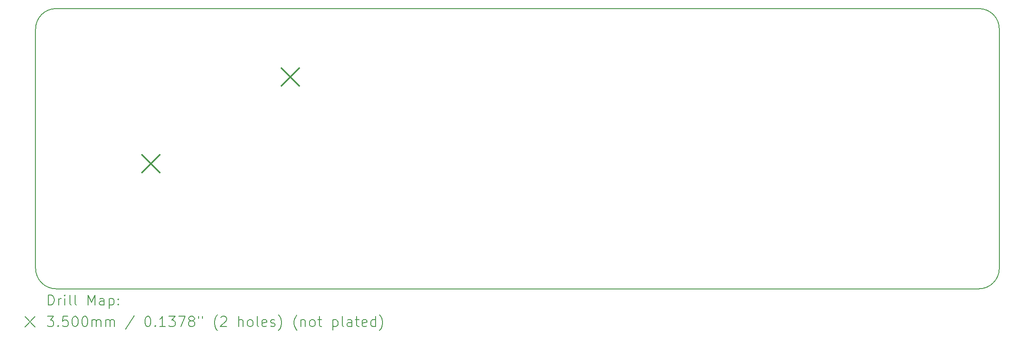
<source format=gbr>
%TF.GenerationSoftware,KiCad,Pcbnew,8.0.4+1*%
%TF.CreationDate,2024-10-13T09:49:30+00:00*%
%TF.ProjectId,nixie,6e697869-652e-46b6-9963-61645f706362,v1.0*%
%TF.SameCoordinates,Original*%
%TF.FileFunction,Drillmap*%
%TF.FilePolarity,Positive*%
%FSLAX45Y45*%
G04 Gerber Fmt 4.5, Leading zero omitted, Abs format (unit mm)*
G04 Created by KiCad (PCBNEW 8.0.4+1) date 2024-10-13 09:49:30*
%MOMM*%
%LPD*%
G01*
G04 APERTURE LIST*
%ADD10C,0.200000*%
%ADD11C,0.350000*%
G04 APERTURE END LIST*
D10*
X7600000Y-11600000D02*
G75*
G02*
X7200000Y-11200000I0J400000D01*
G01*
X7200000Y-6500000D02*
G75*
G02*
X7600000Y-6100000I400000J0D01*
G01*
X7600000Y-11600000D02*
X25700000Y-11600000D01*
X26100000Y-11200000D02*
G75*
G02*
X25700000Y-11600000I-400000J0D01*
G01*
X25700000Y-6100000D02*
X7600000Y-6100000D01*
X26100000Y-11200000D02*
X26100000Y-6500000D01*
X7200000Y-11200000D02*
X7200000Y-6500000D01*
X25700000Y-6100000D02*
G75*
G02*
X26100000Y-6500000I0J-400000D01*
G01*
D11*
X9287000Y-8968000D02*
X9637000Y-9318000D01*
X9637000Y-8968000D02*
X9287000Y-9318000D01*
X12022000Y-7265000D02*
X12372000Y-7615000D01*
X12372000Y-7265000D02*
X12022000Y-7615000D01*
D10*
X7450777Y-11921484D02*
X7450777Y-11721484D01*
X7450777Y-11721484D02*
X7498396Y-11721484D01*
X7498396Y-11721484D02*
X7526967Y-11731008D01*
X7526967Y-11731008D02*
X7546015Y-11750055D01*
X7546015Y-11750055D02*
X7555539Y-11769103D01*
X7555539Y-11769103D02*
X7565062Y-11807198D01*
X7565062Y-11807198D02*
X7565062Y-11835769D01*
X7565062Y-11835769D02*
X7555539Y-11873865D01*
X7555539Y-11873865D02*
X7546015Y-11892912D01*
X7546015Y-11892912D02*
X7526967Y-11911960D01*
X7526967Y-11911960D02*
X7498396Y-11921484D01*
X7498396Y-11921484D02*
X7450777Y-11921484D01*
X7650777Y-11921484D02*
X7650777Y-11788150D01*
X7650777Y-11826246D02*
X7660301Y-11807198D01*
X7660301Y-11807198D02*
X7669824Y-11797674D01*
X7669824Y-11797674D02*
X7688872Y-11788150D01*
X7688872Y-11788150D02*
X7707920Y-11788150D01*
X7774586Y-11921484D02*
X7774586Y-11788150D01*
X7774586Y-11721484D02*
X7765062Y-11731008D01*
X7765062Y-11731008D02*
X7774586Y-11740531D01*
X7774586Y-11740531D02*
X7784110Y-11731008D01*
X7784110Y-11731008D02*
X7774586Y-11721484D01*
X7774586Y-11721484D02*
X7774586Y-11740531D01*
X7898396Y-11921484D02*
X7879348Y-11911960D01*
X7879348Y-11911960D02*
X7869824Y-11892912D01*
X7869824Y-11892912D02*
X7869824Y-11721484D01*
X8003158Y-11921484D02*
X7984110Y-11911960D01*
X7984110Y-11911960D02*
X7974586Y-11892912D01*
X7974586Y-11892912D02*
X7974586Y-11721484D01*
X8231729Y-11921484D02*
X8231729Y-11721484D01*
X8231729Y-11721484D02*
X8298396Y-11864341D01*
X8298396Y-11864341D02*
X8365062Y-11721484D01*
X8365062Y-11721484D02*
X8365062Y-11921484D01*
X8546015Y-11921484D02*
X8546015Y-11816722D01*
X8546015Y-11816722D02*
X8536491Y-11797674D01*
X8536491Y-11797674D02*
X8517444Y-11788150D01*
X8517444Y-11788150D02*
X8479348Y-11788150D01*
X8479348Y-11788150D02*
X8460301Y-11797674D01*
X8546015Y-11911960D02*
X8526967Y-11921484D01*
X8526967Y-11921484D02*
X8479348Y-11921484D01*
X8479348Y-11921484D02*
X8460301Y-11911960D01*
X8460301Y-11911960D02*
X8450777Y-11892912D01*
X8450777Y-11892912D02*
X8450777Y-11873865D01*
X8450777Y-11873865D02*
X8460301Y-11854817D01*
X8460301Y-11854817D02*
X8479348Y-11845293D01*
X8479348Y-11845293D02*
X8526967Y-11845293D01*
X8526967Y-11845293D02*
X8546015Y-11835769D01*
X8641253Y-11788150D02*
X8641253Y-11988150D01*
X8641253Y-11797674D02*
X8660301Y-11788150D01*
X8660301Y-11788150D02*
X8698396Y-11788150D01*
X8698396Y-11788150D02*
X8717444Y-11797674D01*
X8717444Y-11797674D02*
X8726967Y-11807198D01*
X8726967Y-11807198D02*
X8736491Y-11826246D01*
X8736491Y-11826246D02*
X8736491Y-11883388D01*
X8736491Y-11883388D02*
X8726967Y-11902436D01*
X8726967Y-11902436D02*
X8717444Y-11911960D01*
X8717444Y-11911960D02*
X8698396Y-11921484D01*
X8698396Y-11921484D02*
X8660301Y-11921484D01*
X8660301Y-11921484D02*
X8641253Y-11911960D01*
X8822205Y-11902436D02*
X8831729Y-11911960D01*
X8831729Y-11911960D02*
X8822205Y-11921484D01*
X8822205Y-11921484D02*
X8812682Y-11911960D01*
X8812682Y-11911960D02*
X8822205Y-11902436D01*
X8822205Y-11902436D02*
X8822205Y-11921484D01*
X8822205Y-11797674D02*
X8831729Y-11807198D01*
X8831729Y-11807198D02*
X8822205Y-11816722D01*
X8822205Y-11816722D02*
X8812682Y-11807198D01*
X8812682Y-11807198D02*
X8822205Y-11797674D01*
X8822205Y-11797674D02*
X8822205Y-11816722D01*
X6990000Y-12150000D02*
X7190000Y-12350000D01*
X7190000Y-12150000D02*
X6990000Y-12350000D01*
X7431729Y-12141484D02*
X7555539Y-12141484D01*
X7555539Y-12141484D02*
X7488872Y-12217674D01*
X7488872Y-12217674D02*
X7517443Y-12217674D01*
X7517443Y-12217674D02*
X7536491Y-12227198D01*
X7536491Y-12227198D02*
X7546015Y-12236722D01*
X7546015Y-12236722D02*
X7555539Y-12255769D01*
X7555539Y-12255769D02*
X7555539Y-12303388D01*
X7555539Y-12303388D02*
X7546015Y-12322436D01*
X7546015Y-12322436D02*
X7536491Y-12331960D01*
X7536491Y-12331960D02*
X7517443Y-12341484D01*
X7517443Y-12341484D02*
X7460301Y-12341484D01*
X7460301Y-12341484D02*
X7441253Y-12331960D01*
X7441253Y-12331960D02*
X7431729Y-12322436D01*
X7641253Y-12322436D02*
X7650777Y-12331960D01*
X7650777Y-12331960D02*
X7641253Y-12341484D01*
X7641253Y-12341484D02*
X7631729Y-12331960D01*
X7631729Y-12331960D02*
X7641253Y-12322436D01*
X7641253Y-12322436D02*
X7641253Y-12341484D01*
X7831729Y-12141484D02*
X7736491Y-12141484D01*
X7736491Y-12141484D02*
X7726967Y-12236722D01*
X7726967Y-12236722D02*
X7736491Y-12227198D01*
X7736491Y-12227198D02*
X7755539Y-12217674D01*
X7755539Y-12217674D02*
X7803158Y-12217674D01*
X7803158Y-12217674D02*
X7822205Y-12227198D01*
X7822205Y-12227198D02*
X7831729Y-12236722D01*
X7831729Y-12236722D02*
X7841253Y-12255769D01*
X7841253Y-12255769D02*
X7841253Y-12303388D01*
X7841253Y-12303388D02*
X7831729Y-12322436D01*
X7831729Y-12322436D02*
X7822205Y-12331960D01*
X7822205Y-12331960D02*
X7803158Y-12341484D01*
X7803158Y-12341484D02*
X7755539Y-12341484D01*
X7755539Y-12341484D02*
X7736491Y-12331960D01*
X7736491Y-12331960D02*
X7726967Y-12322436D01*
X7965062Y-12141484D02*
X7984110Y-12141484D01*
X7984110Y-12141484D02*
X8003158Y-12151008D01*
X8003158Y-12151008D02*
X8012682Y-12160531D01*
X8012682Y-12160531D02*
X8022205Y-12179579D01*
X8022205Y-12179579D02*
X8031729Y-12217674D01*
X8031729Y-12217674D02*
X8031729Y-12265293D01*
X8031729Y-12265293D02*
X8022205Y-12303388D01*
X8022205Y-12303388D02*
X8012682Y-12322436D01*
X8012682Y-12322436D02*
X8003158Y-12331960D01*
X8003158Y-12331960D02*
X7984110Y-12341484D01*
X7984110Y-12341484D02*
X7965062Y-12341484D01*
X7965062Y-12341484D02*
X7946015Y-12331960D01*
X7946015Y-12331960D02*
X7936491Y-12322436D01*
X7936491Y-12322436D02*
X7926967Y-12303388D01*
X7926967Y-12303388D02*
X7917443Y-12265293D01*
X7917443Y-12265293D02*
X7917443Y-12217674D01*
X7917443Y-12217674D02*
X7926967Y-12179579D01*
X7926967Y-12179579D02*
X7936491Y-12160531D01*
X7936491Y-12160531D02*
X7946015Y-12151008D01*
X7946015Y-12151008D02*
X7965062Y-12141484D01*
X8155539Y-12141484D02*
X8174586Y-12141484D01*
X8174586Y-12141484D02*
X8193634Y-12151008D01*
X8193634Y-12151008D02*
X8203158Y-12160531D01*
X8203158Y-12160531D02*
X8212682Y-12179579D01*
X8212682Y-12179579D02*
X8222205Y-12217674D01*
X8222205Y-12217674D02*
X8222205Y-12265293D01*
X8222205Y-12265293D02*
X8212682Y-12303388D01*
X8212682Y-12303388D02*
X8203158Y-12322436D01*
X8203158Y-12322436D02*
X8193634Y-12331960D01*
X8193634Y-12331960D02*
X8174586Y-12341484D01*
X8174586Y-12341484D02*
X8155539Y-12341484D01*
X8155539Y-12341484D02*
X8136491Y-12331960D01*
X8136491Y-12331960D02*
X8126967Y-12322436D01*
X8126967Y-12322436D02*
X8117443Y-12303388D01*
X8117443Y-12303388D02*
X8107920Y-12265293D01*
X8107920Y-12265293D02*
X8107920Y-12217674D01*
X8107920Y-12217674D02*
X8117443Y-12179579D01*
X8117443Y-12179579D02*
X8126967Y-12160531D01*
X8126967Y-12160531D02*
X8136491Y-12151008D01*
X8136491Y-12151008D02*
X8155539Y-12141484D01*
X8307920Y-12341484D02*
X8307920Y-12208150D01*
X8307920Y-12227198D02*
X8317443Y-12217674D01*
X8317443Y-12217674D02*
X8336491Y-12208150D01*
X8336491Y-12208150D02*
X8365063Y-12208150D01*
X8365063Y-12208150D02*
X8384110Y-12217674D01*
X8384110Y-12217674D02*
X8393634Y-12236722D01*
X8393634Y-12236722D02*
X8393634Y-12341484D01*
X8393634Y-12236722D02*
X8403158Y-12217674D01*
X8403158Y-12217674D02*
X8422205Y-12208150D01*
X8422205Y-12208150D02*
X8450777Y-12208150D01*
X8450777Y-12208150D02*
X8469825Y-12217674D01*
X8469825Y-12217674D02*
X8479348Y-12236722D01*
X8479348Y-12236722D02*
X8479348Y-12341484D01*
X8574586Y-12341484D02*
X8574586Y-12208150D01*
X8574586Y-12227198D02*
X8584110Y-12217674D01*
X8584110Y-12217674D02*
X8603158Y-12208150D01*
X8603158Y-12208150D02*
X8631729Y-12208150D01*
X8631729Y-12208150D02*
X8650777Y-12217674D01*
X8650777Y-12217674D02*
X8660301Y-12236722D01*
X8660301Y-12236722D02*
X8660301Y-12341484D01*
X8660301Y-12236722D02*
X8669825Y-12217674D01*
X8669825Y-12217674D02*
X8688872Y-12208150D01*
X8688872Y-12208150D02*
X8717444Y-12208150D01*
X8717444Y-12208150D02*
X8736491Y-12217674D01*
X8736491Y-12217674D02*
X8746015Y-12236722D01*
X8746015Y-12236722D02*
X8746015Y-12341484D01*
X9136491Y-12131960D02*
X8965063Y-12389103D01*
X9393634Y-12141484D02*
X9412682Y-12141484D01*
X9412682Y-12141484D02*
X9431729Y-12151008D01*
X9431729Y-12151008D02*
X9441253Y-12160531D01*
X9441253Y-12160531D02*
X9450777Y-12179579D01*
X9450777Y-12179579D02*
X9460301Y-12217674D01*
X9460301Y-12217674D02*
X9460301Y-12265293D01*
X9460301Y-12265293D02*
X9450777Y-12303388D01*
X9450777Y-12303388D02*
X9441253Y-12322436D01*
X9441253Y-12322436D02*
X9431729Y-12331960D01*
X9431729Y-12331960D02*
X9412682Y-12341484D01*
X9412682Y-12341484D02*
X9393634Y-12341484D01*
X9393634Y-12341484D02*
X9374587Y-12331960D01*
X9374587Y-12331960D02*
X9365063Y-12322436D01*
X9365063Y-12322436D02*
X9355539Y-12303388D01*
X9355539Y-12303388D02*
X9346015Y-12265293D01*
X9346015Y-12265293D02*
X9346015Y-12217674D01*
X9346015Y-12217674D02*
X9355539Y-12179579D01*
X9355539Y-12179579D02*
X9365063Y-12160531D01*
X9365063Y-12160531D02*
X9374587Y-12151008D01*
X9374587Y-12151008D02*
X9393634Y-12141484D01*
X9546015Y-12322436D02*
X9555539Y-12331960D01*
X9555539Y-12331960D02*
X9546015Y-12341484D01*
X9546015Y-12341484D02*
X9536491Y-12331960D01*
X9536491Y-12331960D02*
X9546015Y-12322436D01*
X9546015Y-12322436D02*
X9546015Y-12341484D01*
X9746015Y-12341484D02*
X9631729Y-12341484D01*
X9688872Y-12341484D02*
X9688872Y-12141484D01*
X9688872Y-12141484D02*
X9669825Y-12170055D01*
X9669825Y-12170055D02*
X9650777Y-12189103D01*
X9650777Y-12189103D02*
X9631729Y-12198627D01*
X9812682Y-12141484D02*
X9936491Y-12141484D01*
X9936491Y-12141484D02*
X9869825Y-12217674D01*
X9869825Y-12217674D02*
X9898396Y-12217674D01*
X9898396Y-12217674D02*
X9917444Y-12227198D01*
X9917444Y-12227198D02*
X9926968Y-12236722D01*
X9926968Y-12236722D02*
X9936491Y-12255769D01*
X9936491Y-12255769D02*
X9936491Y-12303388D01*
X9936491Y-12303388D02*
X9926968Y-12322436D01*
X9926968Y-12322436D02*
X9917444Y-12331960D01*
X9917444Y-12331960D02*
X9898396Y-12341484D01*
X9898396Y-12341484D02*
X9841253Y-12341484D01*
X9841253Y-12341484D02*
X9822206Y-12331960D01*
X9822206Y-12331960D02*
X9812682Y-12322436D01*
X10003158Y-12141484D02*
X10136491Y-12141484D01*
X10136491Y-12141484D02*
X10050777Y-12341484D01*
X10241253Y-12227198D02*
X10222206Y-12217674D01*
X10222206Y-12217674D02*
X10212682Y-12208150D01*
X10212682Y-12208150D02*
X10203158Y-12189103D01*
X10203158Y-12189103D02*
X10203158Y-12179579D01*
X10203158Y-12179579D02*
X10212682Y-12160531D01*
X10212682Y-12160531D02*
X10222206Y-12151008D01*
X10222206Y-12151008D02*
X10241253Y-12141484D01*
X10241253Y-12141484D02*
X10279349Y-12141484D01*
X10279349Y-12141484D02*
X10298396Y-12151008D01*
X10298396Y-12151008D02*
X10307920Y-12160531D01*
X10307920Y-12160531D02*
X10317444Y-12179579D01*
X10317444Y-12179579D02*
X10317444Y-12189103D01*
X10317444Y-12189103D02*
X10307920Y-12208150D01*
X10307920Y-12208150D02*
X10298396Y-12217674D01*
X10298396Y-12217674D02*
X10279349Y-12227198D01*
X10279349Y-12227198D02*
X10241253Y-12227198D01*
X10241253Y-12227198D02*
X10222206Y-12236722D01*
X10222206Y-12236722D02*
X10212682Y-12246246D01*
X10212682Y-12246246D02*
X10203158Y-12265293D01*
X10203158Y-12265293D02*
X10203158Y-12303388D01*
X10203158Y-12303388D02*
X10212682Y-12322436D01*
X10212682Y-12322436D02*
X10222206Y-12331960D01*
X10222206Y-12331960D02*
X10241253Y-12341484D01*
X10241253Y-12341484D02*
X10279349Y-12341484D01*
X10279349Y-12341484D02*
X10298396Y-12331960D01*
X10298396Y-12331960D02*
X10307920Y-12322436D01*
X10307920Y-12322436D02*
X10317444Y-12303388D01*
X10317444Y-12303388D02*
X10317444Y-12265293D01*
X10317444Y-12265293D02*
X10307920Y-12246246D01*
X10307920Y-12246246D02*
X10298396Y-12236722D01*
X10298396Y-12236722D02*
X10279349Y-12227198D01*
X10393634Y-12141484D02*
X10393634Y-12179579D01*
X10469825Y-12141484D02*
X10469825Y-12179579D01*
X10765063Y-12417674D02*
X10755539Y-12408150D01*
X10755539Y-12408150D02*
X10736491Y-12379579D01*
X10736491Y-12379579D02*
X10726968Y-12360531D01*
X10726968Y-12360531D02*
X10717444Y-12331960D01*
X10717444Y-12331960D02*
X10707920Y-12284341D01*
X10707920Y-12284341D02*
X10707920Y-12246246D01*
X10707920Y-12246246D02*
X10717444Y-12198627D01*
X10717444Y-12198627D02*
X10726968Y-12170055D01*
X10726968Y-12170055D02*
X10736491Y-12151008D01*
X10736491Y-12151008D02*
X10755539Y-12122436D01*
X10755539Y-12122436D02*
X10765063Y-12112912D01*
X10831730Y-12160531D02*
X10841253Y-12151008D01*
X10841253Y-12151008D02*
X10860301Y-12141484D01*
X10860301Y-12141484D02*
X10907920Y-12141484D01*
X10907920Y-12141484D02*
X10926968Y-12151008D01*
X10926968Y-12151008D02*
X10936491Y-12160531D01*
X10936491Y-12160531D02*
X10946015Y-12179579D01*
X10946015Y-12179579D02*
X10946015Y-12198627D01*
X10946015Y-12198627D02*
X10936491Y-12227198D01*
X10936491Y-12227198D02*
X10822206Y-12341484D01*
X10822206Y-12341484D02*
X10946015Y-12341484D01*
X11184111Y-12341484D02*
X11184111Y-12141484D01*
X11269825Y-12341484D02*
X11269825Y-12236722D01*
X11269825Y-12236722D02*
X11260301Y-12217674D01*
X11260301Y-12217674D02*
X11241253Y-12208150D01*
X11241253Y-12208150D02*
X11212682Y-12208150D01*
X11212682Y-12208150D02*
X11193634Y-12217674D01*
X11193634Y-12217674D02*
X11184111Y-12227198D01*
X11393634Y-12341484D02*
X11374587Y-12331960D01*
X11374587Y-12331960D02*
X11365063Y-12322436D01*
X11365063Y-12322436D02*
X11355539Y-12303388D01*
X11355539Y-12303388D02*
X11355539Y-12246246D01*
X11355539Y-12246246D02*
X11365063Y-12227198D01*
X11365063Y-12227198D02*
X11374587Y-12217674D01*
X11374587Y-12217674D02*
X11393634Y-12208150D01*
X11393634Y-12208150D02*
X11422206Y-12208150D01*
X11422206Y-12208150D02*
X11441253Y-12217674D01*
X11441253Y-12217674D02*
X11450777Y-12227198D01*
X11450777Y-12227198D02*
X11460301Y-12246246D01*
X11460301Y-12246246D02*
X11460301Y-12303388D01*
X11460301Y-12303388D02*
X11450777Y-12322436D01*
X11450777Y-12322436D02*
X11441253Y-12331960D01*
X11441253Y-12331960D02*
X11422206Y-12341484D01*
X11422206Y-12341484D02*
X11393634Y-12341484D01*
X11574587Y-12341484D02*
X11555539Y-12331960D01*
X11555539Y-12331960D02*
X11546015Y-12312912D01*
X11546015Y-12312912D02*
X11546015Y-12141484D01*
X11726968Y-12331960D02*
X11707920Y-12341484D01*
X11707920Y-12341484D02*
X11669825Y-12341484D01*
X11669825Y-12341484D02*
X11650777Y-12331960D01*
X11650777Y-12331960D02*
X11641253Y-12312912D01*
X11641253Y-12312912D02*
X11641253Y-12236722D01*
X11641253Y-12236722D02*
X11650777Y-12217674D01*
X11650777Y-12217674D02*
X11669825Y-12208150D01*
X11669825Y-12208150D02*
X11707920Y-12208150D01*
X11707920Y-12208150D02*
X11726968Y-12217674D01*
X11726968Y-12217674D02*
X11736491Y-12236722D01*
X11736491Y-12236722D02*
X11736491Y-12255769D01*
X11736491Y-12255769D02*
X11641253Y-12274817D01*
X11812682Y-12331960D02*
X11831730Y-12341484D01*
X11831730Y-12341484D02*
X11869825Y-12341484D01*
X11869825Y-12341484D02*
X11888872Y-12331960D01*
X11888872Y-12331960D02*
X11898396Y-12312912D01*
X11898396Y-12312912D02*
X11898396Y-12303388D01*
X11898396Y-12303388D02*
X11888872Y-12284341D01*
X11888872Y-12284341D02*
X11869825Y-12274817D01*
X11869825Y-12274817D02*
X11841253Y-12274817D01*
X11841253Y-12274817D02*
X11822206Y-12265293D01*
X11822206Y-12265293D02*
X11812682Y-12246246D01*
X11812682Y-12246246D02*
X11812682Y-12236722D01*
X11812682Y-12236722D02*
X11822206Y-12217674D01*
X11822206Y-12217674D02*
X11841253Y-12208150D01*
X11841253Y-12208150D02*
X11869825Y-12208150D01*
X11869825Y-12208150D02*
X11888872Y-12217674D01*
X11965063Y-12417674D02*
X11974587Y-12408150D01*
X11974587Y-12408150D02*
X11993634Y-12379579D01*
X11993634Y-12379579D02*
X12003158Y-12360531D01*
X12003158Y-12360531D02*
X12012682Y-12331960D01*
X12012682Y-12331960D02*
X12022206Y-12284341D01*
X12022206Y-12284341D02*
X12022206Y-12246246D01*
X12022206Y-12246246D02*
X12012682Y-12198627D01*
X12012682Y-12198627D02*
X12003158Y-12170055D01*
X12003158Y-12170055D02*
X11993634Y-12151008D01*
X11993634Y-12151008D02*
X11974587Y-12122436D01*
X11974587Y-12122436D02*
X11965063Y-12112912D01*
X12326968Y-12417674D02*
X12317444Y-12408150D01*
X12317444Y-12408150D02*
X12298396Y-12379579D01*
X12298396Y-12379579D02*
X12288872Y-12360531D01*
X12288872Y-12360531D02*
X12279349Y-12331960D01*
X12279349Y-12331960D02*
X12269825Y-12284341D01*
X12269825Y-12284341D02*
X12269825Y-12246246D01*
X12269825Y-12246246D02*
X12279349Y-12198627D01*
X12279349Y-12198627D02*
X12288872Y-12170055D01*
X12288872Y-12170055D02*
X12298396Y-12151008D01*
X12298396Y-12151008D02*
X12317444Y-12122436D01*
X12317444Y-12122436D02*
X12326968Y-12112912D01*
X12403158Y-12208150D02*
X12403158Y-12341484D01*
X12403158Y-12227198D02*
X12412682Y-12217674D01*
X12412682Y-12217674D02*
X12431730Y-12208150D01*
X12431730Y-12208150D02*
X12460301Y-12208150D01*
X12460301Y-12208150D02*
X12479349Y-12217674D01*
X12479349Y-12217674D02*
X12488872Y-12236722D01*
X12488872Y-12236722D02*
X12488872Y-12341484D01*
X12612682Y-12341484D02*
X12593634Y-12331960D01*
X12593634Y-12331960D02*
X12584111Y-12322436D01*
X12584111Y-12322436D02*
X12574587Y-12303388D01*
X12574587Y-12303388D02*
X12574587Y-12246246D01*
X12574587Y-12246246D02*
X12584111Y-12227198D01*
X12584111Y-12227198D02*
X12593634Y-12217674D01*
X12593634Y-12217674D02*
X12612682Y-12208150D01*
X12612682Y-12208150D02*
X12641253Y-12208150D01*
X12641253Y-12208150D02*
X12660301Y-12217674D01*
X12660301Y-12217674D02*
X12669825Y-12227198D01*
X12669825Y-12227198D02*
X12679349Y-12246246D01*
X12679349Y-12246246D02*
X12679349Y-12303388D01*
X12679349Y-12303388D02*
X12669825Y-12322436D01*
X12669825Y-12322436D02*
X12660301Y-12331960D01*
X12660301Y-12331960D02*
X12641253Y-12341484D01*
X12641253Y-12341484D02*
X12612682Y-12341484D01*
X12736492Y-12208150D02*
X12812682Y-12208150D01*
X12765063Y-12141484D02*
X12765063Y-12312912D01*
X12765063Y-12312912D02*
X12774587Y-12331960D01*
X12774587Y-12331960D02*
X12793634Y-12341484D01*
X12793634Y-12341484D02*
X12812682Y-12341484D01*
X13031730Y-12208150D02*
X13031730Y-12408150D01*
X13031730Y-12217674D02*
X13050777Y-12208150D01*
X13050777Y-12208150D02*
X13088873Y-12208150D01*
X13088873Y-12208150D02*
X13107920Y-12217674D01*
X13107920Y-12217674D02*
X13117444Y-12227198D01*
X13117444Y-12227198D02*
X13126968Y-12246246D01*
X13126968Y-12246246D02*
X13126968Y-12303388D01*
X13126968Y-12303388D02*
X13117444Y-12322436D01*
X13117444Y-12322436D02*
X13107920Y-12331960D01*
X13107920Y-12331960D02*
X13088873Y-12341484D01*
X13088873Y-12341484D02*
X13050777Y-12341484D01*
X13050777Y-12341484D02*
X13031730Y-12331960D01*
X13241253Y-12341484D02*
X13222206Y-12331960D01*
X13222206Y-12331960D02*
X13212682Y-12312912D01*
X13212682Y-12312912D02*
X13212682Y-12141484D01*
X13403158Y-12341484D02*
X13403158Y-12236722D01*
X13403158Y-12236722D02*
X13393634Y-12217674D01*
X13393634Y-12217674D02*
X13374587Y-12208150D01*
X13374587Y-12208150D02*
X13336492Y-12208150D01*
X13336492Y-12208150D02*
X13317444Y-12217674D01*
X13403158Y-12331960D02*
X13384111Y-12341484D01*
X13384111Y-12341484D02*
X13336492Y-12341484D01*
X13336492Y-12341484D02*
X13317444Y-12331960D01*
X13317444Y-12331960D02*
X13307920Y-12312912D01*
X13307920Y-12312912D02*
X13307920Y-12293865D01*
X13307920Y-12293865D02*
X13317444Y-12274817D01*
X13317444Y-12274817D02*
X13336492Y-12265293D01*
X13336492Y-12265293D02*
X13384111Y-12265293D01*
X13384111Y-12265293D02*
X13403158Y-12255769D01*
X13469825Y-12208150D02*
X13546015Y-12208150D01*
X13498396Y-12141484D02*
X13498396Y-12312912D01*
X13498396Y-12312912D02*
X13507920Y-12331960D01*
X13507920Y-12331960D02*
X13526968Y-12341484D01*
X13526968Y-12341484D02*
X13546015Y-12341484D01*
X13688873Y-12331960D02*
X13669825Y-12341484D01*
X13669825Y-12341484D02*
X13631730Y-12341484D01*
X13631730Y-12341484D02*
X13612682Y-12331960D01*
X13612682Y-12331960D02*
X13603158Y-12312912D01*
X13603158Y-12312912D02*
X13603158Y-12236722D01*
X13603158Y-12236722D02*
X13612682Y-12217674D01*
X13612682Y-12217674D02*
X13631730Y-12208150D01*
X13631730Y-12208150D02*
X13669825Y-12208150D01*
X13669825Y-12208150D02*
X13688873Y-12217674D01*
X13688873Y-12217674D02*
X13698396Y-12236722D01*
X13698396Y-12236722D02*
X13698396Y-12255769D01*
X13698396Y-12255769D02*
X13603158Y-12274817D01*
X13869825Y-12341484D02*
X13869825Y-12141484D01*
X13869825Y-12331960D02*
X13850777Y-12341484D01*
X13850777Y-12341484D02*
X13812682Y-12341484D01*
X13812682Y-12341484D02*
X13793634Y-12331960D01*
X13793634Y-12331960D02*
X13784111Y-12322436D01*
X13784111Y-12322436D02*
X13774587Y-12303388D01*
X13774587Y-12303388D02*
X13774587Y-12246246D01*
X13774587Y-12246246D02*
X13784111Y-12227198D01*
X13784111Y-12227198D02*
X13793634Y-12217674D01*
X13793634Y-12217674D02*
X13812682Y-12208150D01*
X13812682Y-12208150D02*
X13850777Y-12208150D01*
X13850777Y-12208150D02*
X13869825Y-12217674D01*
X13946015Y-12417674D02*
X13955539Y-12408150D01*
X13955539Y-12408150D02*
X13974587Y-12379579D01*
X13974587Y-12379579D02*
X13984111Y-12360531D01*
X13984111Y-12360531D02*
X13993634Y-12331960D01*
X13993634Y-12331960D02*
X14003158Y-12284341D01*
X14003158Y-12284341D02*
X14003158Y-12246246D01*
X14003158Y-12246246D02*
X13993634Y-12198627D01*
X13993634Y-12198627D02*
X13984111Y-12170055D01*
X13984111Y-12170055D02*
X13974587Y-12151008D01*
X13974587Y-12151008D02*
X13955539Y-12122436D01*
X13955539Y-12122436D02*
X13946015Y-12112912D01*
M02*

</source>
